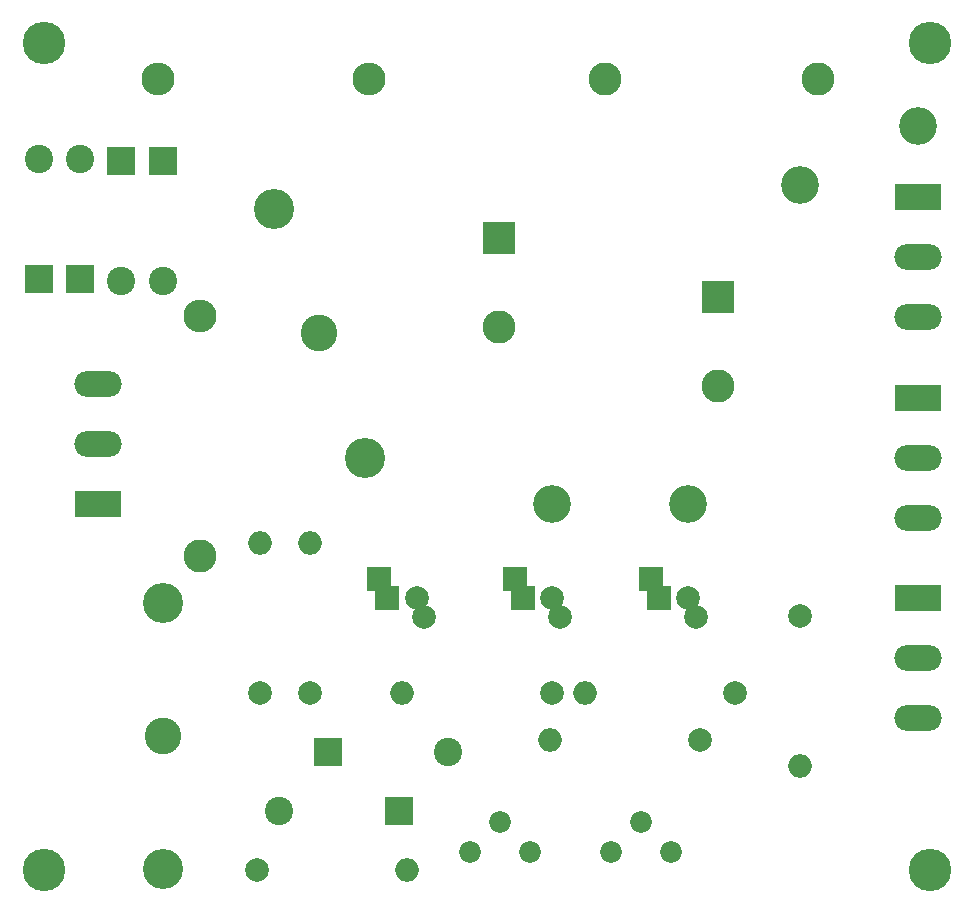
<source format=gbr>
G04 #@! TF.GenerationSoftware,KiCad,Pcbnew,(5.1.5-0-10_14)*
G04 #@! TF.CreationDate,2020-02-01T21:54:20+00:00*
G04 #@! TF.ProjectId,PowerSupply,506f7765-7253-4757-9070-6c792e6b6963,rev?*
G04 #@! TF.SameCoordinates,Original*
G04 #@! TF.FileFunction,Soldermask,Top*
G04 #@! TF.FilePolarity,Negative*
%FSLAX46Y46*%
G04 Gerber Fmt 4.6, Leading zero omitted, Abs format (unit mm)*
G04 Created by KiCad (PCBNEW (5.1.5-0-10_14)) date 2020-02-01 21:54:20*
%MOMM*%
%LPD*%
G04 APERTURE LIST*
%ADD10C,3.600000*%
%ADD11C,2.800000*%
%ADD12O,2.800000X2.800000*%
%ADD13R,2.800000X2.800000*%
%ADD14R,2.000000X2.000000*%
%ADD15C,2.000000*%
%ADD16R,4.000000X2.200000*%
%ADD17O,4.000000X2.200000*%
%ADD18O,2.000000X2.000000*%
%ADD19C,2.398980*%
%ADD20R,2.398980X2.398980*%
%ADD21C,1.840000*%
%ADD22C,3.200000*%
%ADD23C,3.100000*%
%ADD24C,3.400000*%
G04 APERTURE END LIST*
D10*
X55000000Y-40000000D03*
D11*
X120500000Y-43000000D03*
D12*
X64620000Y-43000000D03*
D11*
X102500000Y-43000000D03*
D12*
X82500000Y-43000000D03*
D13*
X112000000Y-61500000D03*
D11*
X112000000Y-69000000D03*
D14*
X84000000Y-87000000D03*
D15*
X86500000Y-87000000D03*
D14*
X83329063Y-85400000D03*
D15*
X87170937Y-88600000D03*
D16*
X129000000Y-70000000D03*
D17*
X129000000Y-75080000D03*
X129000000Y-80160000D03*
D15*
X77500000Y-95000000D03*
D18*
X77500000Y-82300000D03*
D14*
X95500000Y-87000000D03*
D15*
X98000000Y-87000000D03*
D14*
X94829063Y-85400000D03*
D15*
X98670937Y-88600000D03*
D14*
X107000000Y-87000000D03*
D15*
X109500000Y-87000000D03*
D14*
X106329063Y-85400000D03*
D15*
X110170937Y-88600000D03*
D19*
X89160000Y-99997460D03*
D20*
X79000000Y-99997460D03*
D19*
X74840000Y-105002540D03*
D20*
X85000000Y-105002540D03*
D16*
X59500000Y-79000000D03*
D17*
X59500000Y-73920000D03*
X59500000Y-68840000D03*
D21*
X108080000Y-108500000D03*
X105540000Y-105960000D03*
X103000000Y-108500000D03*
X96080000Y-108500000D03*
X93540000Y-105960000D03*
X91000000Y-108500000D03*
D16*
X129000000Y-53000000D03*
D17*
X129000000Y-58080000D03*
X129000000Y-63160000D03*
D16*
X129000000Y-87000000D03*
D17*
X129000000Y-92080000D03*
X129000000Y-97160000D03*
D15*
X98000000Y-95000000D03*
D18*
X85300000Y-95000000D03*
D15*
X119000000Y-88500000D03*
D18*
X119000000Y-101200000D03*
D15*
X73250000Y-95000000D03*
D18*
X73250000Y-82300000D03*
D15*
X73000000Y-110000000D03*
D18*
X85700000Y-110000000D03*
D10*
X130000000Y-40000000D03*
X130000000Y-110000000D03*
X55000000Y-110000000D03*
D19*
X65002540Y-60160000D03*
D20*
X65002540Y-50000000D03*
D19*
X54497460Y-49840000D03*
D20*
X54497460Y-60000000D03*
D19*
X61502540Y-60160000D03*
D20*
X61502540Y-50000000D03*
D19*
X57997460Y-49840000D03*
D20*
X57997460Y-60000000D03*
D22*
X129000000Y-47000000D03*
X119000000Y-52000000D03*
X98000000Y-79000000D03*
X109500000Y-79000000D03*
D15*
X113500000Y-95000000D03*
D18*
X100800000Y-95000000D03*
D15*
X110500000Y-99000000D03*
D18*
X97800000Y-99000000D03*
D11*
X93500000Y-64000000D03*
D13*
X93500000Y-56500000D03*
D11*
X68200000Y-83400000D03*
D12*
X68200000Y-63080000D03*
D23*
X65000000Y-98650000D03*
D24*
X65000000Y-109900000D03*
X65000000Y-87400000D03*
X74400000Y-54000000D03*
X82095453Y-75143084D03*
D23*
X78247727Y-64571542D03*
M02*

</source>
